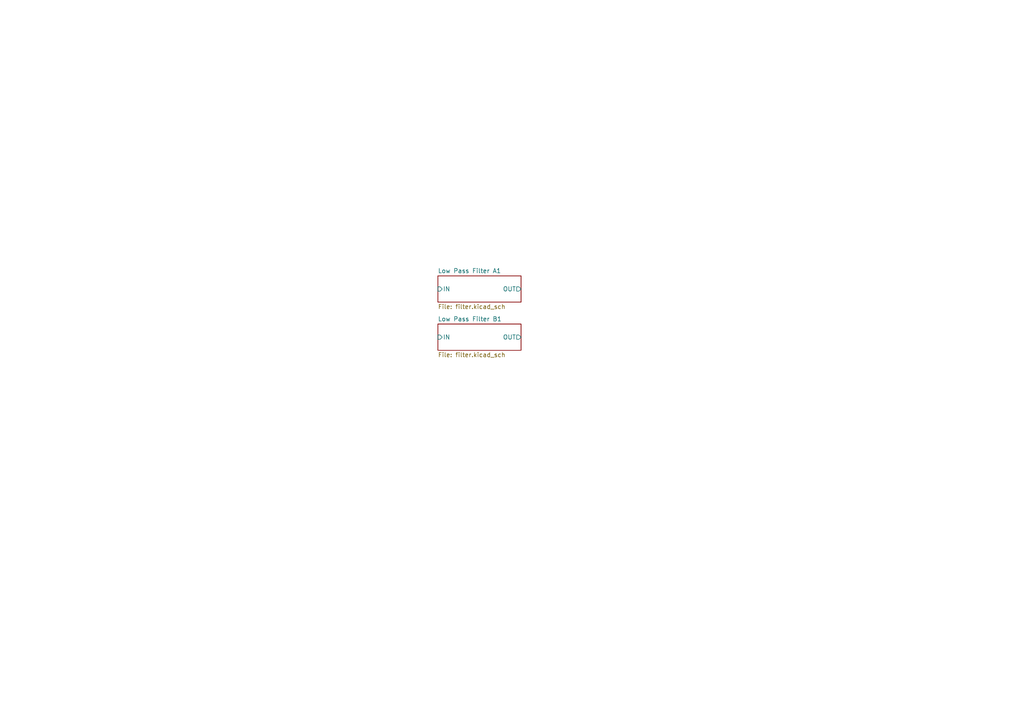
<source format=kicad_sch>
(kicad_sch (version 20211123) (generator eeschema)
  (paper "A4")
  (lib_symbols)
  (sheet (at 127 80.01) (size 24.13 7.62) (stroke (width 0.1524))
    (property "Sheet name" "Low Pass Filter A1" (at 127 79.2984 0) (effects (justify left bottom)))
    (property "Sheet file" "filter.kicad_sch" (at 127 88.2146 0) (effects (justify left top)))
    (pin "IN" input (at 127 83.82 180))
    (pin "OUT" output (at 151.13 83.82 0))
  )
  (sheet (at 127 93.98) (size 24.13 7.62) (stroke (width 0.1524))
    (property "Sheet name" "Low Pass Filter B1" (at 127 93.2684 0) (effects (justify left bottom)))
    (property "Sheet file" "filter.kicad_sch" (at 127 102.1846 0) (effects (justify left top)))
    (pin "IN" input (at 127 97.79 180))
    (pin "OUT" output (at 151.13 97.79 0))
  )
)
</source>
